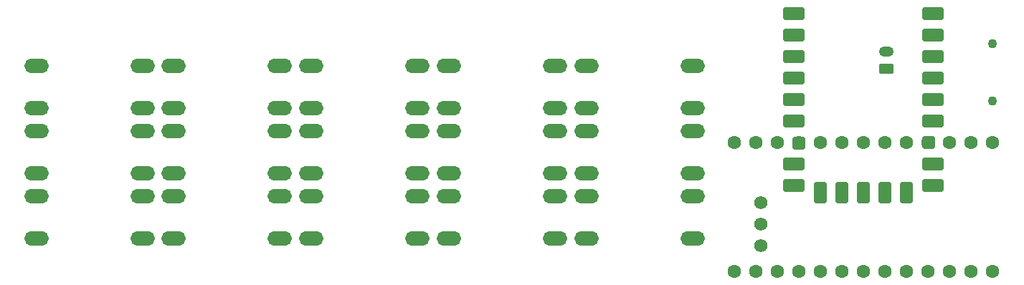
<source format=gbr>
%TF.GenerationSoftware,KiCad,Pcbnew,8.0.6*%
%TF.CreationDate,2024-12-17T19:04:38+01:00*%
%TF.ProjectId,MultiMacro,4d756c74-694d-4616-9372-6f2e6b696361,rev?*%
%TF.SameCoordinates,Original*%
%TF.FileFunction,Soldermask,Bot*%
%TF.FilePolarity,Negative*%
%FSLAX46Y46*%
G04 Gerber Fmt 4.6, Leading zero omitted, Abs format (unit mm)*
G04 Created by KiCad (PCBNEW 8.0.6) date 2024-12-17 19:04:38*
%MOMM*%
%LPD*%
G01*
G04 APERTURE LIST*
G04 Aperture macros list*
%AMRoundRect*
0 Rectangle with rounded corners*
0 $1 Rounding radius*
0 $2 $3 $4 $5 $6 $7 $8 $9 X,Y pos of 4 corners*
0 Add a 4 corners polygon primitive as box body*
4,1,4,$2,$3,$4,$5,$6,$7,$8,$9,$2,$3,0*
0 Add four circle primitives for the rounded corners*
1,1,$1+$1,$2,$3*
1,1,$1+$1,$4,$5*
1,1,$1+$1,$6,$7*
1,1,$1+$1,$8,$9*
0 Add four rect primitives between the rounded corners*
20,1,$1+$1,$2,$3,$4,$5,0*
20,1,$1+$1,$4,$5,$6,$7,0*
20,1,$1+$1,$6,$7,$8,$9,0*
20,1,$1+$1,$8,$9,$2,$3,0*%
G04 Aperture macros list end*
%ADD10O,2.900000X1.700000*%
%ADD11C,1.100025*%
%ADD12RoundRect,0.250000X0.625000X-0.350000X0.625000X0.350000X-0.625000X0.350000X-0.625000X-0.350000X0*%
%ADD13O,1.750000X1.200000*%
%ADD14RoundRect,0.400000X0.900000X0.400000X-0.900000X0.400000X-0.900000X-0.400000X0.900000X-0.400000X0*%
%ADD15RoundRect,0.400050X0.899950X0.400050X-0.899950X0.400050X-0.899950X-0.400050X0.899950X-0.400050X0*%
%ADD16RoundRect,0.400050X0.400050X0.400050X-0.400050X0.400050X-0.400050X-0.400050X0.400050X-0.400050X0*%
%ADD17RoundRect,0.400000X0.400000X0.900000X-0.400000X0.900000X-0.400000X-0.900000X0.400000X-0.900000X0*%
%ADD18RoundRect,0.393700X0.393700X0.906300X-0.393700X0.906300X-0.393700X-0.906300X0.393700X-0.906300X0*%
%ADD19C,1.600000*%
%ADD20C,1.574800*%
G04 APERTURE END LIST*
D10*
%TO.C,SW10*%
X112360051Y-32372051D03*
X124860051Y-32372051D03*
X112360051Y-37372051D03*
X124860051Y-37372051D03*
%TD*%
%TO.C,SW4*%
X96104051Y-47724051D03*
X108604051Y-47724051D03*
X96104051Y-52724051D03*
X108604051Y-52724051D03*
%TD*%
%TO.C,SW16*%
X124860051Y-45024051D03*
X112360051Y-45024051D03*
X124860051Y-40024051D03*
X112360051Y-40024051D03*
%TD*%
D11*
%TO.C,SW11*%
X160274000Y-29718000D03*
X160274000Y-36518102D03*
%TD*%
D10*
%TO.C,SW3*%
X79848051Y-47724051D03*
X92348051Y-47724051D03*
X79848051Y-52724051D03*
X92348051Y-52724051D03*
%TD*%
%TO.C,SW7*%
X63592051Y-32372051D03*
X76092051Y-32372051D03*
X63592051Y-37372051D03*
X76092051Y-37372051D03*
%TD*%
%TO.C,SW6*%
X47390051Y-32372051D03*
X59890051Y-32372051D03*
X47390051Y-37372051D03*
X59890051Y-37372051D03*
%TD*%
%TO.C,SW2*%
X63592051Y-47724051D03*
X76092051Y-47724051D03*
X63592051Y-52724051D03*
X76092051Y-52724051D03*
%TD*%
%TO.C,SW14*%
X92348051Y-45024051D03*
X79848051Y-45024051D03*
X92348051Y-40024051D03*
X79848051Y-40024051D03*
%TD*%
%TO.C,SW12*%
X59890051Y-45024051D03*
X47390051Y-45024051D03*
X59890051Y-40024051D03*
X47390051Y-40024051D03*
%TD*%
%TO.C,SW13*%
X76092051Y-45024051D03*
X63592051Y-45024051D03*
X76092051Y-40024051D03*
X63592051Y-40024051D03*
%TD*%
%TO.C,SW1*%
X47390051Y-47724051D03*
X59890051Y-47724051D03*
X47390051Y-52724051D03*
X59890051Y-52724051D03*
%TD*%
%TO.C,SW5*%
X112360051Y-47724051D03*
X124860051Y-47724051D03*
X112360051Y-52724051D03*
X124860051Y-52724051D03*
%TD*%
%TO.C,SW9*%
X96104051Y-32372051D03*
X108604051Y-32372051D03*
X96104051Y-37372051D03*
X108604051Y-37372051D03*
%TD*%
%TO.C,SW8*%
X79848051Y-32372051D03*
X92348051Y-32372051D03*
X79848051Y-37372051D03*
X92348051Y-37372051D03*
%TD*%
%TO.C,SW15*%
X108604051Y-45024051D03*
X96104051Y-45024051D03*
X108604051Y-40024051D03*
X96104051Y-40024051D03*
%TD*%
D12*
%TO.C,J1*%
X147701000Y-32639000D03*
D13*
X147701000Y-30639000D03*
%TD*%
D14*
%TO.C,RZ1*%
X136814000Y-26162000D03*
X136814000Y-28702000D03*
X136814000Y-31242000D03*
X136814000Y-33782000D03*
X136814000Y-36322000D03*
D15*
X136814000Y-38862000D03*
D16*
X137404000Y-41462050D03*
D15*
X136814000Y-43942000D03*
X136814000Y-46482000D03*
D17*
X139954000Y-47292000D03*
D18*
X142494000Y-47292000D03*
X145034000Y-47292000D03*
X147574000Y-47292000D03*
X150114000Y-47292000D03*
D15*
X153254000Y-46482000D03*
X153254000Y-43942000D03*
D16*
X152699000Y-41402000D03*
D15*
X153254000Y-38862000D03*
X153254000Y-36322000D03*
X153254000Y-33782000D03*
X153254000Y-31242000D03*
X153254000Y-26162000D03*
X153254000Y-28702000D03*
%TD*%
D19*
%TO.C,U1*%
X157733990Y-56642010D03*
X155193990Y-56642010D03*
X152653990Y-56642010D03*
X150113990Y-56642010D03*
X147573990Y-56642010D03*
X145033990Y-56642010D03*
X142493990Y-56642010D03*
X139953990Y-56642010D03*
X137413990Y-56642010D03*
X134873990Y-56642010D03*
X132333990Y-56642010D03*
X129793990Y-56642010D03*
X157734000Y-41402000D03*
X155194000Y-41402000D03*
X152654000Y-41402000D03*
X150114000Y-41402000D03*
X147574000Y-41402000D03*
X145034000Y-41402000D03*
X142494000Y-41402000D03*
X139954000Y-41402000D03*
X137414000Y-41402000D03*
X134874000Y-41402000D03*
X132334000Y-41402000D03*
X129794000Y-41402000D03*
D20*
X132888790Y-53562010D03*
X132888790Y-51022010D03*
X132888790Y-48482010D03*
D19*
X160273990Y-56642010D03*
X160274000Y-41402000D03*
%TD*%
M02*

</source>
